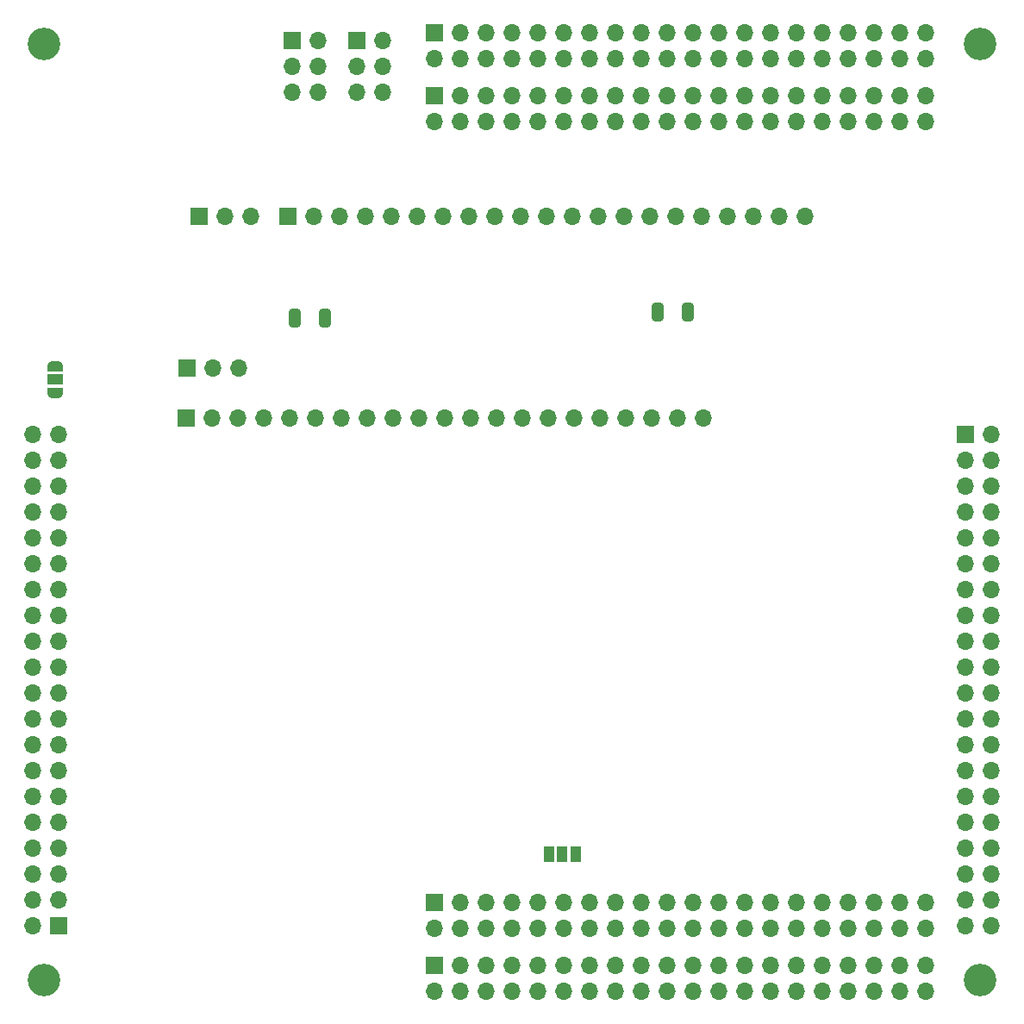
<source format=gbr>
%TF.GenerationSoftware,KiCad,Pcbnew,7.0.5-7.0.5~ubuntu20.04.1*%
%TF.CreationDate,2023-07-18T14:51:19+02:00*%
%TF.ProjectId,SplitterBoard,53706c69-7474-4657-9242-6f6172642e6b,rev?*%
%TF.SameCoordinates,Original*%
%TF.FileFunction,Soldermask,Bot*%
%TF.FilePolarity,Negative*%
%FSLAX46Y46*%
G04 Gerber Fmt 4.6, Leading zero omitted, Abs format (unit mm)*
G04 Created by KiCad (PCBNEW 7.0.5-7.0.5~ubuntu20.04.1) date 2023-07-18 14:51:19*
%MOMM*%
%LPD*%
G01*
G04 APERTURE LIST*
G04 Aperture macros list*
%AMRoundRect*
0 Rectangle with rounded corners*
0 $1 Rounding radius*
0 $2 $3 $4 $5 $6 $7 $8 $9 X,Y pos of 4 corners*
0 Add a 4 corners polygon primitive as box body*
4,1,4,$2,$3,$4,$5,$6,$7,$8,$9,$2,$3,0*
0 Add four circle primitives for the rounded corners*
1,1,$1+$1,$2,$3*
1,1,$1+$1,$4,$5*
1,1,$1+$1,$6,$7*
1,1,$1+$1,$8,$9*
0 Add four rect primitives between the rounded corners*
20,1,$1+$1,$2,$3,$4,$5,0*
20,1,$1+$1,$4,$5,$6,$7,0*
20,1,$1+$1,$6,$7,$8,$9,0*
20,1,$1+$1,$8,$9,$2,$3,0*%
%AMFreePoly0*
4,1,19,0.550000,-0.750000,0.000000,-0.750000,0.000000,-0.744911,-0.071157,-0.744911,-0.207708,-0.704816,-0.327430,-0.627875,-0.420627,-0.520320,-0.479746,-0.390866,-0.500000,-0.250000,-0.500000,0.250000,-0.479746,0.390866,-0.420627,0.520320,-0.327430,0.627875,-0.207708,0.704816,-0.071157,0.744911,0.000000,0.744911,0.000000,0.750000,0.550000,0.750000,0.550000,-0.750000,0.550000,-0.750000,
$1*%
%AMFreePoly1*
4,1,19,0.000000,0.744911,0.071157,0.744911,0.207708,0.704816,0.327430,0.627875,0.420627,0.520320,0.479746,0.390866,0.500000,0.250000,0.500000,-0.250000,0.479746,-0.390866,0.420627,-0.520320,0.327430,-0.627875,0.207708,-0.704816,0.071157,-0.744911,0.000000,-0.744911,0.000000,-0.750000,-0.550000,-0.750000,-0.550000,0.750000,0.000000,0.750000,0.000000,0.744911,0.000000,0.744911,
$1*%
G04 Aperture macros list end*
%ADD10FreePoly0,90.000000*%
%ADD11R,1.500000X1.000000*%
%ADD12FreePoly1,90.000000*%
%ADD13RoundRect,0.250000X-0.325000X-0.650000X0.325000X-0.650000X0.325000X0.650000X-0.325000X0.650000X0*%
%ADD14R,1.700000X1.700000*%
%ADD15O,1.700000X1.700000*%
%ADD16C,3.200000*%
%ADD17R,1.000000X1.500000*%
G04 APERTURE END LIST*
D10*
%TO.C,JP2*%
X105105200Y-78287400D03*
D11*
X105105200Y-76987400D03*
D12*
X105105200Y-75687400D03*
%TD*%
D13*
%TO.C,C5*%
X128651000Y-70916800D03*
X131601000Y-70916800D03*
%TD*%
%TO.C,C4*%
X164283600Y-70358000D03*
X167233600Y-70358000D03*
%TD*%
D14*
%TO.C,J1*%
X142360000Y-42957000D03*
D15*
X142360000Y-45497000D03*
X144900000Y-42957000D03*
X144900000Y-45497000D03*
X147440000Y-42957000D03*
X147440000Y-45497000D03*
X149980000Y-42957000D03*
X149980000Y-45497000D03*
X152520000Y-42957000D03*
X152520000Y-45497000D03*
X155060000Y-42957000D03*
X155060000Y-45497000D03*
X157600000Y-42957000D03*
X157600000Y-45497000D03*
X160140000Y-42957000D03*
X160140000Y-45497000D03*
X162680000Y-42957000D03*
X162680000Y-45497000D03*
X165220000Y-42957000D03*
X165220000Y-45497000D03*
X167760000Y-42957000D03*
X167760000Y-45497000D03*
X170300000Y-42957000D03*
X170300000Y-45497000D03*
X172840000Y-42957000D03*
X172840000Y-45497000D03*
X175380000Y-42957000D03*
X175380000Y-45497000D03*
X177920000Y-42957000D03*
X177920000Y-45497000D03*
X180460000Y-42957000D03*
X180460000Y-45497000D03*
X183000000Y-42957000D03*
X183000000Y-45497000D03*
X185540000Y-42957000D03*
X185540000Y-45497000D03*
X188080000Y-42957000D03*
X188080000Y-45497000D03*
X190620000Y-42957000D03*
X190620000Y-45497000D03*
%TD*%
D14*
%TO.C,J6*%
X105497000Y-130620000D03*
D15*
X102957000Y-130620000D03*
X105497000Y-128080000D03*
X102957000Y-128080000D03*
X105497000Y-125540000D03*
X102957000Y-125540000D03*
X105497000Y-123000000D03*
X102957000Y-123000000D03*
X105497000Y-120460000D03*
X102957000Y-120460000D03*
X105497000Y-117920000D03*
X102957000Y-117920000D03*
X105497000Y-115380000D03*
X102957000Y-115380000D03*
X105497000Y-112840000D03*
X102957000Y-112840000D03*
X105497000Y-110300000D03*
X102957000Y-110300000D03*
X105497000Y-107760000D03*
X102957000Y-107760000D03*
X105497000Y-105220000D03*
X102957000Y-105220000D03*
X105497000Y-102680000D03*
X102957000Y-102680000D03*
X105497000Y-100140000D03*
X102957000Y-100140000D03*
X105497000Y-97600000D03*
X102957000Y-97600000D03*
X105497000Y-95060000D03*
X102957000Y-95060000D03*
X105497000Y-92520000D03*
X102957000Y-92520000D03*
X105497000Y-89980000D03*
X102957000Y-89980000D03*
X105497000Y-87440000D03*
X102957000Y-87440000D03*
X105497000Y-84900000D03*
X102957000Y-84900000D03*
X105497000Y-82360000D03*
X102957000Y-82360000D03*
%TD*%
%TO.C,J7*%
X168800000Y-80772000D03*
X166260000Y-80772000D03*
X163720000Y-80772000D03*
X161180000Y-80772000D03*
X158640000Y-80772000D03*
X156100000Y-80772000D03*
X153560000Y-80772000D03*
X151020000Y-80772000D03*
X148480000Y-80772000D03*
X145940000Y-80772000D03*
X143400000Y-80772000D03*
X140860000Y-80772000D03*
X138320000Y-80772000D03*
X135780000Y-80772000D03*
X133240000Y-80772000D03*
X130700000Y-80772000D03*
X128160000Y-80772000D03*
X125620000Y-80772000D03*
X123080000Y-80772000D03*
X120540000Y-80772000D03*
D14*
X118000000Y-80772000D03*
%TD*%
D16*
%TO.C,H1*%
X196000000Y-136000000D03*
%TD*%
D14*
%TO.C,J2*%
X142360000Y-134503000D03*
D15*
X142360000Y-137043000D03*
X144900000Y-134503000D03*
X144900000Y-137043000D03*
X147440000Y-134503000D03*
X147440000Y-137043000D03*
X149980000Y-134503000D03*
X149980000Y-137043000D03*
X152520000Y-134503000D03*
X152520000Y-137043000D03*
X155060000Y-134503000D03*
X155060000Y-137043000D03*
X157600000Y-134503000D03*
X157600000Y-137043000D03*
X160140000Y-134503000D03*
X160140000Y-137043000D03*
X162680000Y-134503000D03*
X162680000Y-137043000D03*
X165220000Y-134503000D03*
X165220000Y-137043000D03*
X167760000Y-134503000D03*
X167760000Y-137043000D03*
X170300000Y-134503000D03*
X170300000Y-137043000D03*
X172840000Y-134503000D03*
X172840000Y-137043000D03*
X175380000Y-134503000D03*
X175380000Y-137043000D03*
X177920000Y-134503000D03*
X177920000Y-137043000D03*
X180460000Y-134503000D03*
X180460000Y-137043000D03*
X183000000Y-134503000D03*
X183000000Y-137043000D03*
X185540000Y-134503000D03*
X185540000Y-137043000D03*
X188080000Y-134503000D03*
X188080000Y-137043000D03*
X190620000Y-134503000D03*
X190620000Y-137043000D03*
%TD*%
D14*
%TO.C,J5*%
X194503000Y-82360000D03*
D15*
X197043000Y-82360000D03*
X194503000Y-84900000D03*
X197043000Y-84900000D03*
X194503000Y-87440000D03*
X197043000Y-87440000D03*
X194503000Y-89980000D03*
X197043000Y-89980000D03*
X194503000Y-92520000D03*
X197043000Y-92520000D03*
X194503000Y-95060000D03*
X197043000Y-95060000D03*
X194503000Y-97600000D03*
X197043000Y-97600000D03*
X194503000Y-100140000D03*
X197043000Y-100140000D03*
X194503000Y-102680000D03*
X197043000Y-102680000D03*
X194503000Y-105220000D03*
X197043000Y-105220000D03*
X194503000Y-107760000D03*
X197043000Y-107760000D03*
X194503000Y-110300000D03*
X197043000Y-110300000D03*
X194503000Y-112840000D03*
X197043000Y-112840000D03*
X194503000Y-115380000D03*
X197043000Y-115380000D03*
X194503000Y-117920000D03*
X197043000Y-117920000D03*
X194503000Y-120460000D03*
X197043000Y-120460000D03*
X194503000Y-123000000D03*
X197043000Y-123000000D03*
X194503000Y-125540000D03*
X197043000Y-125540000D03*
X194503000Y-128080000D03*
X197043000Y-128080000D03*
X194503000Y-130620000D03*
X197043000Y-130620000D03*
%TD*%
D16*
%TO.C,H3*%
X196000000Y-44000000D03*
%TD*%
D14*
%TO.C,J4*%
X142369130Y-128328879D03*
D15*
X142369130Y-130868879D03*
X144909130Y-128328879D03*
X144909130Y-130868879D03*
X147449130Y-128328879D03*
X147449130Y-130868879D03*
X149989130Y-128328879D03*
X149989130Y-130868879D03*
X152529130Y-128328879D03*
X152529130Y-130868879D03*
X155069130Y-128328879D03*
X155069130Y-130868879D03*
X157609130Y-128328879D03*
X157609130Y-130868879D03*
X160149130Y-128328879D03*
X160149130Y-130868879D03*
X162689130Y-128328879D03*
X162689130Y-130868879D03*
X165229130Y-128328879D03*
X165229130Y-130868879D03*
X167769130Y-128328879D03*
X167769130Y-130868879D03*
X170309130Y-128328879D03*
X170309130Y-130868879D03*
X172849130Y-128328879D03*
X172849130Y-130868879D03*
X175389130Y-128328879D03*
X175389130Y-130868879D03*
X177929130Y-128328879D03*
X177929130Y-130868879D03*
X180469130Y-128328879D03*
X180469130Y-130868879D03*
X183009130Y-128328879D03*
X183009130Y-130868879D03*
X185549130Y-128328879D03*
X185549130Y-130868879D03*
X188089130Y-128328879D03*
X188089130Y-130868879D03*
X190629130Y-128328879D03*
X190629130Y-130868879D03*
%TD*%
D14*
%TO.C,J11*%
X119253000Y-60934600D03*
D15*
X121793000Y-60934600D03*
X124333000Y-60934600D03*
%TD*%
D14*
%TO.C,J8*%
X128000000Y-60960000D03*
D15*
X130540000Y-60960000D03*
X133080000Y-60960000D03*
X135620000Y-60960000D03*
X138160000Y-60960000D03*
X140700000Y-60960000D03*
X143240000Y-60960000D03*
X145780000Y-60960000D03*
X148320000Y-60960000D03*
X150860000Y-60960000D03*
X153400000Y-60960000D03*
X155940000Y-60960000D03*
X158480000Y-60960000D03*
X161020000Y-60960000D03*
X163560000Y-60960000D03*
X166100000Y-60960000D03*
X168640000Y-60960000D03*
X171180000Y-60960000D03*
X173720000Y-60960000D03*
X176260000Y-60960000D03*
X178800000Y-60960000D03*
%TD*%
D14*
%TO.C,J12*%
X118059200Y-75869800D03*
D15*
X120599200Y-75869800D03*
X123139200Y-75869800D03*
%TD*%
D16*
%TO.C,H4*%
X104000000Y-44000000D03*
%TD*%
%TO.C,H2*%
X104000000Y-136000000D03*
%TD*%
D14*
%TO.C,J10*%
X134747000Y-43688000D03*
D15*
X137287000Y-43688000D03*
X134747000Y-46228000D03*
X137287000Y-46228000D03*
X134747000Y-48768000D03*
X137287000Y-48768000D03*
%TD*%
D14*
%TO.C,J9*%
X128436000Y-43688000D03*
D15*
X130976000Y-43688000D03*
X128436000Y-46228000D03*
X130976000Y-46228000D03*
X128436000Y-48768000D03*
X130976000Y-48768000D03*
%TD*%
D14*
%TO.C,J3*%
X142360397Y-49123807D03*
D15*
X142360397Y-51663807D03*
X144900397Y-49123807D03*
X144900397Y-51663807D03*
X147440397Y-49123807D03*
X147440397Y-51663807D03*
X149980397Y-49123807D03*
X149980397Y-51663807D03*
X152520397Y-49123807D03*
X152520397Y-51663807D03*
X155060397Y-49123807D03*
X155060397Y-51663807D03*
X157600397Y-49123807D03*
X157600397Y-51663807D03*
X160140397Y-49123807D03*
X160140397Y-51663807D03*
X162680397Y-49123807D03*
X162680397Y-51663807D03*
X165220397Y-49123807D03*
X165220397Y-51663807D03*
X167760397Y-49123807D03*
X167760397Y-51663807D03*
X170300397Y-49123807D03*
X170300397Y-51663807D03*
X172840397Y-49123807D03*
X172840397Y-51663807D03*
X175380397Y-49123807D03*
X175380397Y-51663807D03*
X177920397Y-49123807D03*
X177920397Y-51663807D03*
X180460397Y-49123807D03*
X180460397Y-51663807D03*
X183000397Y-49123807D03*
X183000397Y-51663807D03*
X185540397Y-49123807D03*
X185540397Y-51663807D03*
X188080397Y-49123807D03*
X188080397Y-51663807D03*
X190620397Y-49123807D03*
X190620397Y-51663807D03*
%TD*%
D17*
%TO.C,JP1*%
X156240000Y-123571000D03*
X154940000Y-123571000D03*
X153640000Y-123571000D03*
%TD*%
M02*

</source>
